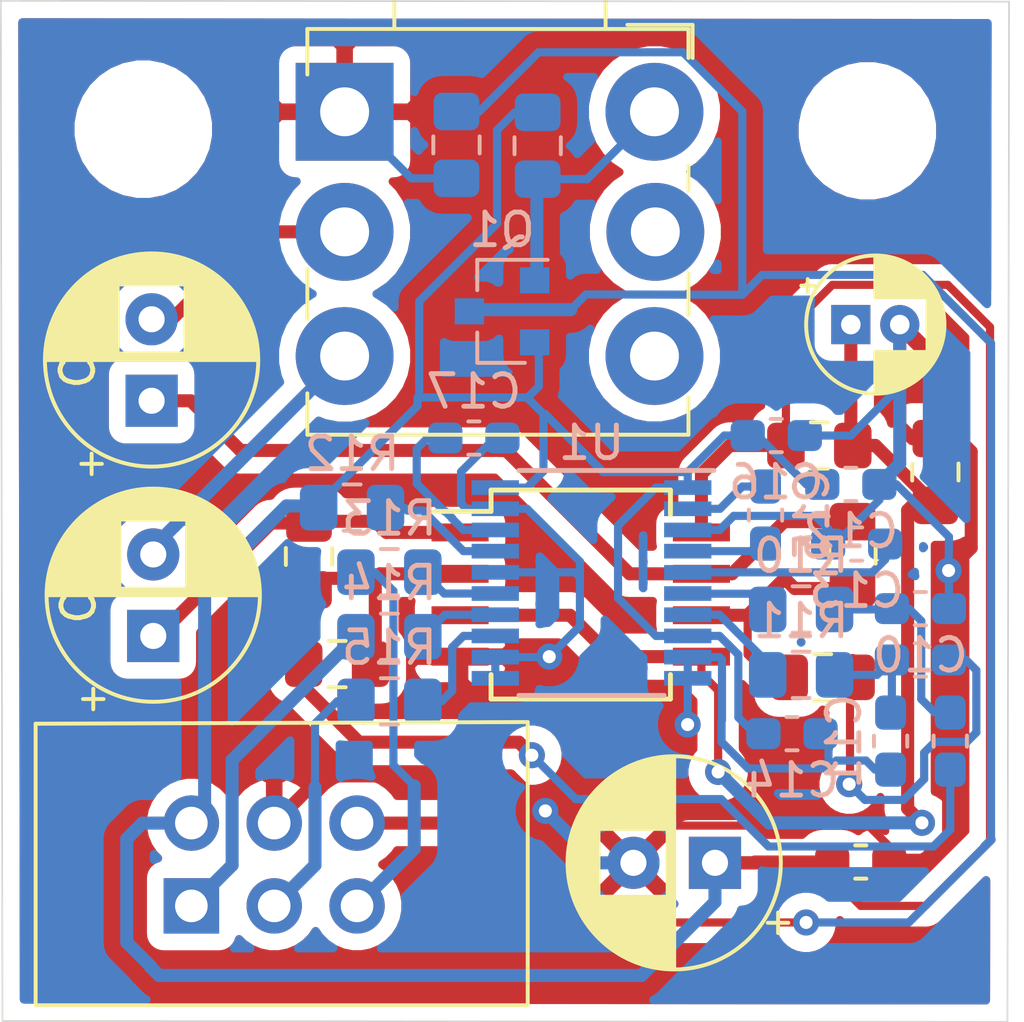
<source format=kicad_pcb>
(kicad_pcb (version 20171130) (host pcbnew "(5.1.6-0-10_14)")
  (layers (0 F.Cu signal hide) (31 B.Cu signal) (34 B.Paste user) (35 F.Paste user) (36 B.SilkS user) (37 F.SilkS user) (38 B.Mask user) (39 F.Mask user) (44 Edge.Cuts user))
  (net 0 "")
  (net 1 GND)
  (net 2 "Net-(C3-Pad2)")
  (net 3 "Net-(C4-Pad2)")
  (net 4 "Net-(C5-Pad1)")
  (net 5 "Net-(C8-Pad2)")
  (net 6 "Net-(C9-Pad2)")
  (net 7 "Net-(J1-Pad6)")
  (net 8 "Net-(J2-Pad2)")
  (net 9 "Net-(C13-Pad2)")
  (net 10 "Net-(C15-Pad2)")
  (net 11 "Net-(C15-Pad1)")
  (net 12 "Net-(C17-Pad2)")
  (net 13 "Net-(R10-Pad2)")
  (net 14 "Net-(R11-Pad2)")
  (net 15 "Net-(R12-Pad1)")
  (net 16 "Net-(R13-Pad1)")
  (net 17 "Net-(R14-Pad1)")
  (net 18 "Net-(R15-Pad1)")
  (net 19 OUTL)
  (net 20 OUTR)
  (net 21 3,3V)
  (net 22 LCK)
  (net 23 BCK)
  (net 24 DIN)
  (net 25 "Net-(C8-Pad1)")
  (net 26 "Net-(C9-Pad1)")
  (net 27 "Net-(R6-Pad2)")
  (net 28 "Net-(R7-Pad2)")
  (module Package_TO_SOT_SMD:SOT-23 (layer B.Cu) (at 124.7902 84.3788 180)
    (fp_text reference Q1 (at 0 2.5) (layer B.SilkS) (effects (justify mirror)))
    (fp_text value IRLML6401)
    (pad 3 smd rect (at 1 0 180) (size 0.9 0.8) (layers B.Cu B.Paste B.Mask) (net 7 "Net-(J1-Pad6)"))
    (pad 2 smd rect (at -1 -0.95 180) (size 0.9 0.8) (layers B.Cu B.Paste B.Mask) (net 21 3,3V))
    (pad 1 smd rect (at -1 0.95 180) (size 0.9 0.8) (layers B.Cu B.Paste B.Mask) (net 8 "Net-(J2-Pad2)"))
  )
  (module Capacitor_SMD:C_0603_1608Metric_Pad1.05x0.95mm_HandSolder (layer B.Cu) (at 137.6172 95.0722)
    (fp_text reference C4 hide)
    (fp_text value 1µ)
    (pad 2 smd roundrect (at 0.875 0) (size 1.05 0.95) (layers B.Cu B.Paste B.Mask) (net 3 "Net-(C4-Pad2)"))
    (pad 1 smd roundrect (at -0.875 0) (size 1.05 0.95) (layers B.Cu B.Paste B.Mask) (net 20 OUTR))
  )
  (module Connector_PinHeader_2.54mm:PinHeader_2x03_P2.54mm_Vertical_large (layer F.Cu) (at 115.2652 102.616 90)
    (fp_text reference J1 hide)
    (fp_text value Conn_02x03_Odd_Even hide)
    (pad 6 thru_hole oval (at 2.54 5.08 90) (size 1.7 1.7) (drill 1) (layers *.Cu *.Mask) (net 7 "Net-(J1-Pad6)"))
    (pad 5 thru_hole oval (at 0 5.08 90) (size 1.7 1.7) (drill 1) (layers *.Cu *.Mask) (net 22 LCK))
    (pad 4 thru_hole oval (at 2.54 2.54 90) (size 1.7 1.7) (drill 1) (layers *.Cu *.Mask) (net 1 GND))
    (pad 3 thru_hole oval (at 0 2.54 90) (size 1.7 1.7) (drill 1) (layers *.Cu *.Mask) (net 23 BCK))
    (pad 2 thru_hole oval (at 2.54 0 90) (size 1.7 1.7) (drill 1) (layers *.Cu *.Mask) (net 21 3,3V))
    (pad 1 thru_hole rect (at 0 0 90) (size 1.7 1.7) (drill 1) (layers *.Cu *.Mask) (net 24 DIN))
  )
  (module Package_SO:SO-8_5.3x6.2mm_P1.27mm (layer F.Cu) (at 127.2032 93.0656)
    (fp_text reference U2 hide)
    (fp_text value TDA1308 hide)
    (pad 8 smd rect (at 3.7 -1.905) (size 1.75 0.55) (layers F.Cu F.Paste F.Mask) (net 21 3,3V))
    (pad 7 smd rect (at 3.7 -0.635) (size 1.75 0.55) (layers F.Cu F.Paste F.Mask) (net 26 "Net-(C9-Pad1)"))
    (pad 6 smd rect (at 3.7 0.635) (size 1.75 0.55) (layers F.Cu F.Paste F.Mask) (net 28 "Net-(R7-Pad2)"))
    (pad 5 smd rect (at 3.7 1.905) (size 1.75 0.55) (layers F.Cu F.Paste F.Mask) (net 4 "Net-(C5-Pad1)"))
    (pad 4 smd rect (at -3.7 1.905) (size 1.75 0.55) (layers F.Cu F.Paste F.Mask) (net 1 GND))
    (pad 3 smd rect (at -3.7 0.635) (size 1.75 0.55) (layers F.Cu F.Paste F.Mask) (net 4 "Net-(C5-Pad1)"))
    (pad 2 smd rect (at -3.7 -0.635) (size 1.75 0.55) (layers F.Cu F.Paste F.Mask) (net 27 "Net-(R6-Pad2)"))
    (pad 1 smd rect (at -3.7 -1.905) (size 1.75 0.55) (layers F.Cu F.Paste F.Mask) (net 25 "Net-(C8-Pad1)"))
  )
  (module Package_SO:TSSOP-20_4.4x6.5mm_P0.65mm (layer B.Cu) (at 127.5334 92.71 180)
    (fp_text reference U1 (at 0 4.3) (layer B.SilkS) (effects (justify mirror)))
    (fp_text value PCM5102A)
    (pad 1 smd rect (at -2.95 2.925 180) (size 1.45 0.45) (layers B.Cu B.Paste B.Mask) (net 21 3,3V))
    (pad 2 smd rect (at -2.95 2.275 180) (size 1.45 0.45) (layers B.Cu B.Paste B.Mask) (net 10 "Net-(C15-Pad2)"))
    (pad 3 smd rect (at -2.95 1.625 180) (size 1.45 0.45) (layers B.Cu B.Paste B.Mask) (net 1 GND))
    (pad 4 smd rect (at -2.95 0.975 180) (size 1.45 0.45) (layers B.Cu B.Paste B.Mask) (net 11 "Net-(C15-Pad1)"))
    (pad 5 smd rect (at -2.95 0.325 180) (size 1.45 0.45) (layers B.Cu B.Paste B.Mask) (net 9 "Net-(C13-Pad2)"))
    (pad 6 smd rect (at -2.95 -0.325 180) (size 1.45 0.45) (layers B.Cu B.Paste B.Mask) (net 13 "Net-(R10-Pad2)"))
    (pad 7 smd rect (at -2.95 -0.975 180) (size 1.45 0.45) (layers B.Cu B.Paste B.Mask) (net 14 "Net-(R11-Pad2)"))
    (pad 8 smd rect (at -2.95 -1.625 180) (size 1.45 0.45) (layers B.Cu B.Paste B.Mask) (net 21 3,3V))
    (pad 9 smd rect (at -2.95 -2.275 180) (size 1.45 0.45) (layers B.Cu B.Paste B.Mask) (net 1 GND))
    (pad 10 smd rect (at -2.95 -2.925 180) (size 1.45 0.45) (layers B.Cu B.Paste B.Mask) (net 1 GND))
    (pad 11 smd rect (at 2.95 -2.925 180) (size 1.45 0.45) (layers B.Cu B.Paste B.Mask) (net 1 GND))
    (pad 12 smd rect (at 2.95 -2.275 180) (size 1.45 0.45) (layers B.Cu B.Paste B.Mask) (net 1 GND))
    (pad 13 smd rect (at 2.95 -1.625 180) (size 1.45 0.45) (layers B.Cu B.Paste B.Mask) (net 18 "Net-(R15-Pad1)"))
    (pad 14 smd rect (at 2.95 -0.975 180) (size 1.45 0.45) (layers B.Cu B.Paste B.Mask) (net 17 "Net-(R14-Pad1)"))
    (pad 15 smd rect (at 2.95 -0.325 180) (size 1.45 0.45) (layers B.Cu B.Paste B.Mask) (net 16 "Net-(R13-Pad1)"))
    (pad 16 smd rect (at 2.95 0.325 180) (size 1.45 0.45) (layers B.Cu B.Paste B.Mask) (net 1 GND))
    (pad 17 smd rect (at 2.95 0.975 180) (size 1.45 0.45) (layers B.Cu B.Paste B.Mask) (net 15 "Net-(R12-Pad1)"))
    (pad 18 smd rect (at 2.95 1.625 180) (size 1.45 0.45) (layers B.Cu B.Paste B.Mask) (net 12 "Net-(C17-Pad2)"))
    (pad 19 smd rect (at 2.95 2.275 180) (size 1.45 0.45) (layers B.Cu B.Paste B.Mask) (net 1 GND))
    (pad 20 smd rect (at 2.95 2.925 180) (size 1.45 0.45) (layers B.Cu B.Paste B.Mask) (net 21 3,3V))
  )
  (module Resistor_SMD:R_0805_2012Metric_Pad1.15x1.40mm_HandSolder (layer B.Cu) (at 121.3358 96.3422 180)
    (fp_text reference R15 (at 0 1.65) (layer B.SilkS) (effects (justify mirror)))
    (fp_text value 470)
    (pad 2 smd roundrect (at 1.025 0 180) (size 1.15 1.4) (layers B.Cu B.Paste B.Mask) (roundrect_rratio 0.217391) (net 23 BCK))
    (pad 1 smd roundrect (at -1.025 0 180) (size 1.15 1.4) (layers B.Cu B.Paste B.Mask) (roundrect_rratio 0.217391) (net 18 "Net-(R15-Pad1)"))
  )
  (module Resistor_SMD:R_0805_2012Metric_Pad1.15x1.40mm_HandSolder (layer B.Cu) (at 121.3358 94.361 180)
    (fp_text reference R14 (at 0 1.65) (layer B.SilkS) (effects (justify mirror)))
    (fp_text value 470)
    (pad 2 smd roundrect (at 1.025 0 180) (size 1.15 1.4) (layers B.Cu B.Paste B.Mask) (roundrect_rratio 0.217391) (net 24 DIN))
    (pad 1 smd roundrect (at -1.025 0 180) (size 1.15 1.4) (layers B.Cu B.Paste B.Mask) (roundrect_rratio 0.217391) (net 17 "Net-(R14-Pad1)"))
  )
  (module Resistor_SMD:R_0805_2012Metric_Pad1.15x1.40mm_HandSolder (layer B.Cu) (at 121.3358 92.3798 180)
    (fp_text reference R13 (at 0 1.65) (layer B.SilkS) (effects (justify mirror)))
    (fp_text value 470)
    (pad 2 smd roundrect (at 1.025 0 180) (size 1.15 1.4) (layers B.Cu B.Paste B.Mask) (roundrect_rratio 0.217391) (net 22 LCK))
    (pad 1 smd roundrect (at -1.025 0 180) (size 1.15 1.4) (layers B.Cu B.Paste B.Mask) (roundrect_rratio 0.217391) (net 16 "Net-(R13-Pad1)"))
  )
  (module Resistor_SMD:R_0805_2012Metric_Pad1.15x1.40mm_HandSolder (layer B.Cu) (at 120.1928 90.3986 180)
    (fp_text reference R12 (at 0 1.65) (layer B.SilkS) (effects (justify mirror)))
    (fp_text value 10k)
    (pad 2 smd roundrect (at 1.025 0 180) (size 1.15 1.4) (layers B.Cu B.Paste B.Mask) (roundrect_rratio 0.217391) (net 21 3,3V))
    (pad 1 smd roundrect (at -1.025 0 180) (size 1.15 1.4) (layers B.Cu B.Paste B.Mask) (roundrect_rratio 0.217391) (net 15 "Net-(R12-Pad1)"))
  )
  (module Resistor_SMD:R_0805_2012Metric_Pad1.15x1.40mm_HandSolder (layer B.Cu) (at 133.9596 95.5294 180)
    (fp_text reference R11 (at 0 1.65) (layer B.SilkS) (effects (justify mirror)))
    (fp_text value 470)
    (pad 2 smd roundrect (at 1.025 0 180) (size 1.15 1.4) (layers B.Cu B.Paste B.Mask) (roundrect_rratio 0.217391) (net 14 "Net-(R11-Pad2)"))
    (pad 1 smd roundrect (at -1.025 0 180) (size 1.15 1.4) (layers B.Cu B.Paste B.Mask) (roundrect_rratio 0.217391) (net 20 OUTR))
  )
  (module Resistor_SMD:R_0805_2012Metric_Pad1.15x1.40mm_HandSolder (layer B.Cu) (at 133.9596 93.5228 180)
    (fp_text reference R10 (at 0 1.65) (layer B.SilkS) (effects (justify mirror)))
    (fp_text value 470)
    (pad 2 smd roundrect (at 1.025 0 180) (size 1.15 1.4) (layers B.Cu B.Paste B.Mask) (roundrect_rratio 0.217391) (net 13 "Net-(R10-Pad2)"))
    (pad 1 smd roundrect (at -1.025 0 180) (size 1.15 1.4) (layers B.Cu B.Paste B.Mask) (roundrect_rratio 0.217391) (net 19 OUTL))
  )
  (module Capacitor_SMD:C_0603_1608Metric_Pad1.05x0.95mm_HandSolder (layer B.Cu) (at 123.9266 88.265 180)
    (fp_text reference C17 (at 0 1.43) (layer B.SilkS) (effects (justify mirror)))
    (fp_text value 100n)
    (pad 2 smd roundrect (at 0.875 0 180) (size 1.05 0.95) (layers B.Cu B.Paste B.Mask) (net 12 "Net-(C17-Pad2)"))
    (pad 1 smd roundrect (at -0.875 0 180) (size 1.05 0.95) (layers B.Cu B.Paste B.Mask) (net 1 GND))
  )
  (module Capacitor_SMD:C_0603_1608Metric_Pad1.05x0.95mm_HandSolder (layer B.Cu) (at 133.1976 88.1888)
    (fp_text reference C16 (at 0 1.43) (layer B.SilkS) (effects (justify mirror)))
    (fp_text value 100n)
    (pad 2 smd roundrect (at 0.875 0) (size 1.05 0.95) (layers B.Cu B.Paste B.Mask) (net 1 GND))
    (pad 1 smd roundrect (at -0.875 0) (size 1.05 0.95) (layers B.Cu B.Paste B.Mask) (net 21 3,3V))
  )
  (module Capacitor_SMD:C_0603_1608Metric_Pad1.05x0.95mm_HandSolder (layer B.Cu) (at 132.8674 90.6272 90)
    (fp_text reference C15 (at 0 1.43 270) (layer B.SilkS) (effects (justify mirror)))
    (fp_text value 2,2µ)
    (pad 2 smd roundrect (at 0.875 0 90) (size 1.05 0.95) (layers B.Cu B.Paste B.Mask) (net 10 "Net-(C15-Pad2)"))
    (pad 1 smd roundrect (at -0.875 0 90) (size 1.05 0.95) (layers B.Cu B.Paste B.Mask) (net 11 "Net-(C15-Pad1)"))
  )
  (module Capacitor_SMD:C_0603_1608Metric_Pad1.05x0.95mm_HandSolder (layer B.Cu) (at 133.6802 97.3328)
    (fp_text reference C14 (at 0 1.43) (layer B.SilkS) (effects (justify mirror)))
    (fp_text value 100n)
    (pad 2 smd roundrect (at 0.875 0) (size 1.05 0.95) (layers B.Cu B.Paste B.Mask) (net 1 GND))
    (pad 1 smd roundrect (at -0.875 0) (size 1.05 0.95) (layers B.Cu B.Paste B.Mask) (net 21 3,3V))
  )
  (module Capacitor_SMD:C_0603_1608Metric_Pad1.05x0.95mm_HandSolder (layer B.Cu) (at 135.6614 91.5162)
    (fp_text reference C13 (at 0 1.43) (layer B.SilkS) (effects (justify mirror)))
    (fp_text value 2,2µ)
    (pad 2 smd roundrect (at 0.875 0) (size 1.05 0.95) (layers B.Cu B.Paste B.Mask) (net 9 "Net-(C13-Pad2)"))
    (pad 1 smd roundrect (at -0.875 0) (size 1.05 0.95) (layers B.Cu B.Paste B.Mask) (net 1 GND))
  )
  (module Capacitor_SMD:C_0603_1608Metric_Pad1.05x0.95mm_HandSolder (layer B.Cu) (at 135.4836 89.6874)
    (fp_text reference C12 (at 0 1.43) (layer B.SilkS) (effects (justify mirror)))
    (fp_text value 100n)
    (pad 2 smd roundrect (at 0.875 0) (size 1.05 0.95) (layers B.Cu B.Paste B.Mask) (net 1 GND))
    (pad 1 smd roundrect (at -0.875 0) (size 1.05 0.95) (layers B.Cu B.Paste B.Mask) (net 21 3,3V))
  )
  (module Capacitor_SMD:C_0603_1608Metric_Pad1.05x0.95mm_HandSolder (layer B.Cu) (at 136.7028 97.5614 270)
    (fp_text reference C11 (at 0 1.43 90) (layer B.SilkS) (effects (justify mirror)))
    (fp_text value 2,2n)
    (pad 2 smd roundrect (at 0.875 0 270) (size 1.05 0.95) (layers B.Cu B.Paste B.Mask) (net 1 GND))
    (pad 1 smd roundrect (at -0.875 0 270) (size 1.05 0.95) (layers B.Cu B.Paste B.Mask) (net 20 OUTR))
  )
  (module Capacitor_SMD:C_0603_1608Metric_Pad1.05x0.95mm_HandSolder (layer B.Cu) (at 137.6172 93.4974)
    (fp_text reference C10 (at 0 1.43) (layer B.SilkS) (effects (justify mirror)))
    (fp_text value 2,2n)
    (pad 2 smd roundrect (at 0.875 0) (size 1.05 0.95) (layers B.Cu B.Paste B.Mask) (net 1 GND))
    (pad 1 smd roundrect (at -0.875 0) (size 1.05 0.95) (layers B.Cu B.Paste B.Mask) (net 19 OUTL))
  )
  (module Connector_Audio:Jack_3.5mm_Cliff_Horizontal (layer F.Cu) (at 129.4892 78.1304)
    (fp_text reference J2 hide)
    (fp_text value AudioJack3_Dual_Switch hide)
    (pad 1 thru_hole rect (at -9.525 0.127) (size 3 3) (drill 1.5) (layers *.Cu *.Mask) (net 1 GND))
    (pad 5 thru_hole circle (at -9.525 7.62) (size 3 3) (drill 1.5) (layers *.Cu *.Mask) (net 5 "Net-(C8-Pad2)"))
    (pad 3 thru_hole circle (at -9.525 3.81) (size 3 3) (drill 1.5) (layers *.Cu *.Mask) (net 6 "Net-(C9-Pad2)"))
    (pad 2 thru_hole circle (at -0.026 0.127) (size 3 3) (drill 1.5) (layers *.Cu *.Mask) (net 8 "Net-(J2-Pad2)"))
    (pad 6 thru_hole circle (at -0.026 7.62) (size 3 3) (drill 1.5) (layers *.Cu *.Mask))
    (pad 4 thru_hole circle (at 0 3.81) (size 3 3) (drill 1.5) (layers *.Cu *.Mask))
  )
  (module MountingHole:MountingHole_3.2mm_M3 (layer F.Cu) (at 113.792 78.7908)
    (fp_text reference H2 hide)
    (fp_text value MountingHole hide)
    (pad 1 np_thru_hole circle (at 0 0) (size 3.2 3.2) (drill 3.2) (layers *.Cu *.Mask))
  )
  (module MountingHole:MountingHole_3.2mm_M3 (layer F.Cu) (at 135.9916 78.8416)
    (fp_text reference H1 hide)
    (fp_text value MountingHole hide)
    (pad 1 np_thru_hole circle (at 0 0) (size 3.2 3.2) (drill 3.2) (layers *.Cu *.Mask))
  )
  (module Resistor_SMD:R_0805_2012Metric_Pad1.15x1.40mm_HandSolder (layer F.Cu) (at 135.5344 91.8554 90)
    (fp_text reference R9 hide)
    (fp_text value 3,9k hide)
    (pad 2 smd roundrect (at 1.025 0 90) (size 1.15 1.4) (layers F.Cu F.Paste F.Mask) (roundrect_rratio 0.217391) (net 26 "Net-(C9-Pad1)"))
    (pad 1 smd roundrect (at -1.025 0 90) (size 1.15 1.4) (layers F.Cu F.Paste F.Mask) (roundrect_rratio 0.217391) (net 28 "Net-(R7-Pad2)"))
  )
  (module Resistor_SMD:R_0805_2012Metric_Pad1.15x1.40mm_HandSolder (layer F.Cu) (at 118.872 91.8972 90)
    (fp_text reference R8 hide)
    (fp_text value 3,9k hide)
    (pad 2 smd roundrect (at 1.025 0 90) (size 1.15 1.4) (layers F.Cu F.Paste F.Mask) (roundrect_rratio 0.217391) (net 25 "Net-(C8-Pad1)"))
    (pad 1 smd roundrect (at -1.025 0 90) (size 1.15 1.4) (layers F.Cu F.Paste F.Mask) (roundrect_rratio 0.217391) (net 27 "Net-(R6-Pad2)"))
  )
  (module Resistor_SMD:R_0805_2012Metric_Pad1.15x1.40mm_HandSolder (layer F.Cu) (at 134.62 95.6056 180)
    (fp_text reference R7 hide)
    (fp_text value 3,9k hide)
    (pad 2 smd roundrect (at 1.025 0 180) (size 1.15 1.4) (layers F.Cu F.Paste F.Mask) (roundrect_rratio 0.217391) (net 28 "Net-(R7-Pad2)"))
    (pad 1 smd roundrect (at -1.025 0 180) (size 1.15 1.4) (layers F.Cu F.Paste F.Mask) (roundrect_rratio 0.217391) (net 3 "Net-(C4-Pad2)"))
  )
  (module Resistor_SMD:R_0805_2012Metric_Pad1.15x1.40mm_HandSolder (layer F.Cu) (at 119.7356 95.1992)
    (fp_text reference R6 hide)
    (fp_text value 3,9k hide)
    (pad 2 smd roundrect (at 1.025 0) (size 1.15 1.4) (layers F.Cu F.Paste F.Mask) (roundrect_rratio 0.217391) (net 27 "Net-(R6-Pad2)"))
    (pad 1 smd roundrect (at -1.025 0) (size 1.15 1.4) (layers F.Cu F.Paste F.Mask) (roundrect_rratio 0.217391) (net 2 "Net-(C3-Pad2)"))
  )
  (module Resistor_SMD:R_0805_2012Metric_Pad1.15x1.40mm_HandSolder (layer F.Cu) (at 138.0744 89.3064 90)
    (fp_text reference R5 hide)
    (fp_text value 10k hide)
    (pad 2 smd roundrect (at 1.025 0 90) (size 1.15 1.4) (layers F.Cu F.Paste F.Mask) (roundrect_rratio 0.217391) (net 1 GND))
    (pad 1 smd roundrect (at -1.025 0 90) (size 1.15 1.4) (layers F.Cu F.Paste F.Mask) (roundrect_rratio 0.217391) (net 4 "Net-(C5-Pad1)"))
  )
  (module Resistor_SMD:R_0805_2012Metric_Pad1.15x1.40mm_HandSolder (layer B.Cu) (at 125.8824 79.2988 90)
    (fp_text reference R4 hide)
    (fp_text value 100k hide)
    (pad 2 smd roundrect (at 1.025 0 90) (size 1.15 1.4) (layers B.Cu B.Paste B.Mask) (roundrect_rratio 0.217391) (net 21 3,3V))
    (pad 1 smd roundrect (at -1.025 0 90) (size 1.15 1.4) (layers B.Cu B.Paste B.Mask) (roundrect_rratio 0.217391) (net 8 "Net-(J2-Pad2)"))
  )
  (module Resistor_SMD:R_0805_2012Metric_Pad1.15x1.40mm_HandSolder (layer F.Cu) (at 134.5184 88.4936)
    (fp_text reference R3 hide)
    (fp_text value 10k hide)
    (pad 2 smd roundrect (at 1.025 0) (size 1.15 1.4) (layers F.Cu F.Paste F.Mask) (roundrect_rratio 0.217391) (net 4 "Net-(C5-Pad1)"))
    (pad 1 smd roundrect (at -1.025 0) (size 1.15 1.4) (layers F.Cu F.Paste F.Mask) (roundrect_rratio 0.217391) (net 21 3,3V))
  )
  (module Resistor_SMD:R_0805_2012Metric_Pad1.15x1.40mm_HandSolder (layer B.Cu) (at 123.3932 79.2734 90)
    (fp_text reference R2 hide)
    (fp_text value 10k hide)
    (pad 2 smd roundrect (at 1.025 0 90) (size 1.15 1.4) (layers B.Cu B.Paste B.Mask) (roundrect_rratio 0.217391) (net 7 "Net-(J1-Pad6)"))
    (pad 1 smd roundrect (at -1.025 0 90) (size 1.15 1.4) (layers B.Cu B.Paste B.Mask) (roundrect_rratio 0.217391) (net 1 GND))
  )
  (module Capacitor_THT:CP_Radial_D6.3mm_P2.50mm (layer F.Cu) (at 114.046 87.122 90)
    (fp_text reference C9 (at 1.3462 -2.2606 90) (layer F.SilkS))
    (fp_text value 100µ hide)
    (pad 2 thru_hole circle (at 2.5 0 90) (size 1.6 1.6) (drill 0.8) (layers *.Cu *.Mask) (net 6 "Net-(C9-Pad2)"))
    (pad 1 thru_hole rect (at 0 0 90) (size 1.6 1.6) (drill 0.8) (layers *.Cu *.Mask) (net 26 "Net-(C9-Pad1)"))
  )
  (module Capacitor_THT:CP_Radial_D6.3mm_P2.50mm (layer F.Cu) (at 114.0968 94.3356 90)
    (fp_text reference C8 (at 1.3462 -2.286 90) (layer F.SilkS))
    (fp_text value 100µ hide)
    (pad 2 thru_hole circle (at 2.5 0 90) (size 1.6 1.6) (drill 0.8) (layers *.Cu *.Mask) (net 5 "Net-(C8-Pad2)"))
    (pad 1 thru_hole rect (at 0 0 90) (size 1.6 1.6) (drill 0.8) (layers *.Cu *.Mask) (net 25 "Net-(C8-Pad1)"))
  )
  (module Capacitor_THT:CP_Radial_D4.0mm_P1.50mm (layer F.Cu) (at 135.4836 84.7852)
    (fp_text reference C5 hide)
    (fp_text value 22µ hide)
    (pad 2 thru_hole circle (at 1.5 0) (size 1.2 1.2) (drill 0.6) (layers *.Cu *.Mask) (net 1 GND))
    (pad 1 thru_hole rect (at 0 0) (size 1.2 1.2) (drill 0.6) (layers *.Cu *.Mask) (net 4 "Net-(C5-Pad1)"))
  )
  (module Capacitor_SMD:C_0603_1608Metric_Pad1.05x0.95mm_HandSolder (layer B.Cu) (at 138.5316 97.5614 270)
    (fp_text reference C3 hide)
    (fp_text value 1µ)
    (pad 2 smd roundrect (at 0.875 0 270) (size 1.05 0.95) (layers B.Cu B.Paste B.Mask) (net 2 "Net-(C3-Pad2)"))
    (pad 1 smd roundrect (at -0.875 0 270) (size 1.05 0.95) (layers B.Cu B.Paste B.Mask) (net 19 OUTL))
  )
  (module Capacitor_SMD:C_0603_1608Metric_Pad1.05x0.95mm_HandSolder (layer F.Cu) (at 135.7884 101.2698)
    (fp_text reference C2 hide)
    (fp_text value 100n hide)
    (pad 2 smd roundrect (at 0.875 0) (size 1.05 0.95) (layers F.Cu F.Paste F.Mask) (net 1 GND))
    (pad 1 smd roundrect (at -0.875 0) (size 1.05 0.95) (layers F.Cu F.Paste F.Mask) (net 21 3,3V))
  )
  (module Capacitor_THT:CP_Radial_D6.3mm_P2.50mm (layer F.Cu) (at 131.318 101.2952 180)
    (fp_text reference C1 hide)
    (fp_text value 100µ)
    (pad 2 thru_hole circle (at 2.5 0 180) (size 1.6 1.6) (drill 0.8) (layers *.Cu *.Mask) (net 1 GND))
    (pad 1 thru_hole rect (at 0 0 180) (size 1.6 1.6) (drill 0.8) (layers *.Cu *.Mask) (net 21 3,3V))
  )
  (gr_line (start 109.474 106.1466) (end 109.4232 74.8538) (layer Edge.Cuts) (width 0.05))
  (gr_line (start 140.2842 106.172) (end 109.474 106.1466) (layer Edge.Cuts) (width 0.05))
  (gr_line (start 140.335 74.8792) (end 140.2842 106.172) (layer Edge.Cuts) (width 0.05))
  (gr_line (start 109.4232 74.8538) (end 140.335 74.8792) (layer Edge.Cuts) (width 0.05))
  (segment (start 137.3744 88.2814) (end 138.0744 88.2814) (width 0.4) (layer F.Cu) (net 1))
  (segment (start 136.9836 87.8906) (end 137.3744 88.2814) (width 0.4) (layer F.Cu) (net 1))
  (segment (start 136.9836 84.7852) (end 136.9836 87.8906) (width 0.4) (layer F.Cu) (net 1))
  (segment (start 126.787004 94.9706) (end 128.818 97.001596) (width 0.4) (layer F.Cu) (net 1))
  (segment (start 123.5032 94.9706) (end 126.787004 94.9706) (width 0.4) (layer F.Cu) (net 1))
  (segment (start 117.84288 78.2574) (end 111.252 84.84828) (width 0.4) (layer F.Cu) (net 1))
  (segment (start 113.411 96.9264) (end 117.3988 96.9264) (width 0.4) (layer F.Cu) (net 1))
  (segment (start 117.3988 96.9264) (end 117.8052 97.3328) (width 0.4) (layer F.Cu) (net 1))
  (segment (start 119.9642 78.2574) (end 117.84288 78.2574) (width 0.4) (layer F.Cu) (net 1))
  (segment (start 111.252 94.7674) (end 113.411 96.9264) (width 0.4) (layer F.Cu) (net 1))
  (segment (start 111.252 84.84828) (end 111.252 94.7674) (width 0.4) (layer F.Cu) (net 1))
  (segment (start 117.805204 100.075996) (end 117.8052 100.076) (width 0.4) (layer F.Cu) (net 1))
  (segment (start 117.805204 97.332804) (end 117.805204 100.075996) (width 0.4) (layer F.Cu) (net 1))
  (segment (start 124.568398 88.265) (end 124.8016 88.265) (width 0.25) (layer B.Cu) (net 1))
  (segment (start 123.533399 89.299999) (end 124.568398 88.265) (width 0.25) (layer B.Cu) (net 1))
  (segment (start 123.533399 90.270001) (end 123.533399 89.299999) (width 0.25) (layer B.Cu) (net 1))
  (segment (start 123.698398 90.435) (end 123.533399 90.270001) (width 0.25) (layer B.Cu) (net 1))
  (segment (start 124.5834 90.435) (end 123.698398 90.435) (width 0.25) (layer B.Cu) (net 1))
  (segment (start 124.5834 94.985) (end 124.5834 95.635) (width 0.25) (layer B.Cu) (net 1))
  (segment (start 134.7864 91.0412) (end 134.7864 91.5162) (width 0.25) (layer B.Cu) (net 1))
  (segment (start 134.39739 90.65219) (end 134.7864 91.0412) (width 0.25) (layer B.Cu) (net 1))
  (segment (start 131.89121 90.65219) (end 134.39739 90.65219) (width 0.25) (layer B.Cu) (net 1))
  (segment (start 131.4584 91.085) (end 131.89121 90.65219) (width 0.25) (layer B.Cu) (net 1))
  (segment (start 130.4834 91.085) (end 131.4584 91.085) (width 0.25) (layer B.Cu) (net 1))
  (segment (start 135.0048 91.5162) (end 134.7864 91.5162) (width 0.25) (layer B.Cu) (net 1))
  (segment (start 136.3586 90.1624) (end 135.0048 91.5162) (width 0.25) (layer B.Cu) (net 1))
  (segment (start 136.3586 89.6874) (end 136.3586 90.1624) (width 0.25) (layer B.Cu) (net 1))
  (segment (start 138.4922 93.0224) (end 138.4922 93.4974) (width 0.25) (layer B.Cu) (net 1))
  (segment (start 136.8836 89.6874) (end 138.4922 91.296) (width 0.25) (layer B.Cu) (net 1))
  (segment (start 136.3586 89.6874) (end 136.8836 89.6874) (width 0.25) (layer B.Cu) (net 1))
  (segment (start 130.4834 94.985) (end 130.4834 95.635) (width 0.25) (layer B.Cu) (net 1))
  (segment (start 134.7978 97.8192) (end 134.7978 98.3996) (width 0.25) (layer B.Cu) (net 1))
  (segment (start 134.8092 97.3328) (end 134.8092 97.8078) (width 0.25) (layer B.Cu) (net 1))
  (segment (start 134.8092 97.8078) (end 134.7978 97.8192) (width 0.25) (layer B.Cu) (net 1))
  (segment (start 136.9822 89.0524) (end 136.4996 89.535) (width 0.4) (layer B.Cu) (net 1))
  (segment (start 136.4996 89.535) (end 136.4996 89.7636) (width 0.4) (layer B.Cu) (net 1))
  (segment (start 136.9836 84.7852) (end 136.9822 84.7866) (width 0.4) (layer B.Cu) (net 1))
  (segment (start 137.1884 101.2698) (end 137.2138 101.2444) (width 0.4) (layer F.Cu) (net 1))
  (segment (start 136.6634 101.2698) (end 137.1884 101.2698) (width 0.4) (layer F.Cu) (net 1))
  (segment (start 137.1884 101.2698) (end 137.668 101.2698) (width 0.4) (layer F.Cu) (net 1))
  (segment (start 138.4808 100.457) (end 138.4808 92.329) (width 0.4) (layer F.Cu) (net 1))
  (segment (start 137.668 101.2698) (end 138.4808 100.457) (width 0.4) (layer F.Cu) (net 1))
  (via (at 138.4808 92.329) (size 0.8) (drill 0.4) (layers F.Cu B.Cu) (net 1))
  (segment (start 138.4808 92.329) (end 138.4922 93.0224) (width 0.25) (layer B.Cu) (net 1))
  (segment (start 138.4922 91.296) (end 138.4808 92.329) (width 0.25) (layer B.Cu) (net 1))
  (segment (start 130.4834 96.11) (end 130.4798 96.1136) (width 0.25) (layer B.Cu) (net 1))
  (segment (start 130.4834 95.635) (end 130.4834 96.11) (width 0.25) (layer B.Cu) (net 1))
  (via (at 130.4798 97.0534) (size 0.8) (drill 0.4) (layers F.Cu B.Cu) (net 1))
  (segment (start 130.4798 96.1136) (end 130.4798 97.0534) (width 0.25) (layer B.Cu) (net 1))
  (segment (start 128.869804 97.0534) (end 128.818 97.001596) (width 0.25) (layer F.Cu) (net 1))
  (segment (start 130.4798 97.0534) (end 128.869804 97.0534) (width 0.25) (layer F.Cu) (net 1))
  (segment (start 136.9822 86.6902) (end 135.4836 88.1888) (width 0.25) (layer B.Cu) (net 1))
  (segment (start 136.9822 84.7866) (end 136.9822 86.6902) (width 0.4) (layer B.Cu) (net 1))
  (segment (start 135.4836 88.1888) (end 134.0726 88.1888) (width 0.25) (layer B.Cu) (net 1))
  (segment (start 136.9822 86.6902) (end 136.9822 89.0524) (width 0.4) (layer B.Cu) (net 1))
  (segment (start 127.1778 94.0308) (end 126.238 94.9706) (width 0.25) (layer B.Cu) (net 1))
  (segment (start 125.5584 90.435) (end 127.1778 92.0544) (width 0.25) (layer B.Cu) (net 1))
  (segment (start 126.2236 94.985) (end 124.5834 94.985) (width 0.25) (layer B.Cu) (net 1))
  (segment (start 124.5834 90.435) (end 125.5584 90.435) (width 0.25) (layer B.Cu) (net 1))
  (segment (start 126.238 94.9706) (end 126.2236 94.985) (width 0.25) (layer B.Cu) (net 1))
  (via (at 126.238 94.9706) (size 0.8) (drill 0.4) (layers F.Cu B.Cu) (net 1))
  (segment (start 136.6634 101.7448) (end 136.6634 101.2698) (width 0.4) (layer F.Cu) (net 1))
  (segment (start 135.040201 98.157199) (end 135.948599 98.157199) (width 0.25) (layer B.Cu) (net 1))
  (segment (start 134.7978 98.3996) (end 135.040201 98.157199) (width 0.25) (layer B.Cu) (net 1))
  (segment (start 135.948599 98.157199) (end 136.2278 98.4364) (width 0.25) (layer B.Cu) (net 1))
  (segment (start 136.2278 98.4364) (end 136.7028 98.4364) (width 0.25) (layer B.Cu) (net 1))
  (segment (start 138.880799 91.929001) (end 138.4808 92.329) (width 0.4) (layer F.Cu) (net 1))
  (segment (start 139.17441 91.63539) (end 138.880799 91.929001) (width 0.4) (layer F.Cu) (net 1))
  (segment (start 139.17441 88.68141) (end 139.17441 91.63539) (width 0.4) (layer F.Cu) (net 1))
  (segment (start 138.7744 88.2814) (end 139.17441 88.68141) (width 0.4) (layer F.Cu) (net 1))
  (segment (start 138.0744 88.2814) (end 138.7744 88.2814) (width 0.4) (layer F.Cu) (net 1))
  (segment (start 126.117798 99.701798) (end 128.818 97.001596) (width 0.4) (layer F.Cu) (net 1))
  (segment (start 125.0442 98.6282) (end 126.117798 99.701798) (width 0.4) (layer F.Cu) (net 1))
  (segment (start 119.253 98.6282) (end 125.0442 98.6282) (width 0.4) (layer F.Cu) (net 1))
  (segment (start 117.8052 100.076) (end 119.253 98.6282) (width 0.4) (layer F.Cu) (net 1))
  (via (at 126.117798 99.701798) (size 0.8) (drill 0.4) (layers F.Cu B.Cu) (net 1))
  (segment (start 127.7112 101.2952) (end 126.117798 99.701798) (width 0.4) (layer B.Cu) (net 1))
  (segment (start 128.818 101.2952) (end 127.7112 101.2952) (width 0.4) (layer B.Cu) (net 1))
  (segment (start 128.818 101.2952) (end 129.961 100.1522) (width 0.25) (layer F.Cu) (net 1))
  (segment (start 136.0208 100.1522) (end 136.6634 100.7948) (width 0.25) (layer F.Cu) (net 1))
  (segment (start 136.6634 100.7948) (end 136.6634 101.2698) (width 0.25) (layer F.Cu) (net 1))
  (segment (start 129.961 100.1522) (end 136.0208 100.1522) (width 0.25) (layer F.Cu) (net 1))
  (segment (start 131.5212 97.5868) (end 132.334 98.3996) (width 0.25) (layer B.Cu) (net 1))
  (segment (start 131.533401 96.914199) (end 131.5212 96.9264) (width 0.25) (layer B.Cu) (net 1))
  (segment (start 131.533401 95.060001) (end 131.533401 96.914199) (width 0.25) (layer B.Cu) (net 1))
  (segment (start 130.4834 94.985) (end 131.4584 94.985) (width 0.25) (layer B.Cu) (net 1))
  (segment (start 131.4584 94.985) (end 131.533401 95.060001) (width 0.25) (layer B.Cu) (net 1))
  (segment (start 131.5212 96.9264) (end 131.5212 97.5868) (width 0.25) (layer B.Cu) (net 1))
  (segment (start 132.334 98.3996) (end 134.7978 98.3996) (width 0.25) (layer B.Cu) (net 1))
  (segment (start 122.0052 80.2984) (end 119.9642 78.2574) (width 0.25) (layer B.Cu) (net 1))
  (segment (start 123.3932 80.2984) (end 122.0052 80.2984) (width 0.25) (layer B.Cu) (net 1))
  (segment (start 127.0306 92.385) (end 127.1778 92.5322) (width 0.25) (layer B.Cu) (net 1))
  (segment (start 124.5834 92.385) (end 127.0306 92.385) (width 0.25) (layer B.Cu) (net 1))
  (segment (start 127.1778 92.5322) (end 127.1778 94.0308) (width 0.25) (layer B.Cu) (net 1))
  (segment (start 127.1778 92.0544) (end 127.1778 92.5322) (width 0.25) (layer B.Cu) (net 1))
  (segment (start 125.704602 97.9932) (end 125.7046 97.993202) (width 0.4) (layer B.Cu) (net 2))
  (segment (start 118.7106 95.8992) (end 120.404603 97.593203) (width 0.4) (layer F.Cu) (net 2))
  (segment (start 118.7106 95.1992) (end 118.7106 95.8992) (width 0.4) (layer F.Cu) (net 2))
  (segment (start 120.404603 97.593203) (end 125.304601 97.593203) (width 0.4) (layer F.Cu) (net 2))
  (segment (start 125.304601 97.593203) (end 125.7046 97.993202) (width 0.4) (layer F.Cu) (net 2))
  (via (at 125.704602 97.9932) (size 0.8) (drill 0.4) (layers F.Cu B.Cu) (net 2))
  (segment (start 138.012125 100.793642) (end 132.960246 100.793642) (width 0.25) (layer B.Cu) (net 2))
  (segment (start 138.5316 98.4364) (end 138.5316 100.274167) (width 0.25) (layer B.Cu) (net 2))
  (segment (start 132.960246 100.793642) (end 131.506004 99.3394) (width 0.25) (layer B.Cu) (net 2))
  (segment (start 127.050802 99.3394) (end 126.104601 98.393199) (width 0.25) (layer B.Cu) (net 2))
  (segment (start 138.5316 100.274167) (end 138.012125 100.793642) (width 0.25) (layer B.Cu) (net 2))
  (segment (start 131.506004 99.3394) (end 127.050802 99.3394) (width 0.25) (layer B.Cu) (net 2))
  (segment (start 126.104601 98.393199) (end 125.704602 97.9932) (width 0.25) (layer B.Cu) (net 2))
  (segment (start 135.5344 95.0886) (end 135.645 95.1992) (width 0.4) (layer F.Cu) (net 3))
  (segment (start 135.4582 95.7924) (end 135.4582 98.8568) (width 0.25) (layer F.Cu) (net 3))
  (segment (start 135.645 95.6056) (end 135.4582 95.7924) (width 0.25) (layer F.Cu) (net 3))
  (via (at 135.4328 98.8822) (size 0.8) (drill 0.4) (layers F.Cu B.Cu) (net 3))
  (segment (start 135.4582 98.8568) (end 135.4328 98.8822) (width 0.25) (layer F.Cu) (net 3))
  (segment (start 139.0172 95.0722) (end 138.4922 95.0722) (width 0.25) (layer B.Cu) (net 3))
  (segment (start 139.33161 95.38661) (end 139.0172 95.0722) (width 0.25) (layer B.Cu) (net 3))
  (segment (start 139.33161 97.29479) (end 139.33161 95.38661) (width 0.25) (layer B.Cu) (net 3))
  (segment (start 139.04001 97.58639) (end 139.33161 97.29479) (width 0.25) (layer B.Cu) (net 3))
  (segment (start 138.0611 97.58639) (end 139.04001 97.58639) (width 0.25) (layer B.Cu) (net 3))
  (segment (start 135.4328 98.8822) (end 135.9154 99.3648) (width 0.25) (layer B.Cu) (net 3))
  (segment (start 135.9154 99.3648) (end 137.09491 99.3648) (width 0.25) (layer B.Cu) (net 3))
  (segment (start 137.73159 98.72812) (end 137.73159 97.9159) (width 0.25) (layer B.Cu) (net 3))
  (segment (start 137.73159 97.9159) (end 138.0611 97.58639) (width 0.25) (layer B.Cu) (net 3))
  (segment (start 137.09491 99.3648) (end 137.73159 98.72812) (width 0.25) (layer B.Cu) (net 3))
  (segment (start 135.4836 88.4338) (end 135.5434 88.4936) (width 0.4) (layer F.Cu) (net 4))
  (segment (start 135.4836 84.7852) (end 135.4836 88.4338) (width 0.4) (layer F.Cu) (net 4))
  (segment (start 138.0744 90.3314) (end 136.2366 88.4936) (width 0.4) (layer F.Cu) (net 4))
  (segment (start 136.1184 88.4936) (end 135.5434 88.4936) (width 0.4) (layer F.Cu) (net 4))
  (segment (start 136.2366 88.4936) (end 136.1184 88.4936) (width 0.4) (layer F.Cu) (net 4))
  (segment (start 126.873 93.7006) (end 127.890603 94.718203) (width 0.4) (layer F.Cu) (net 4))
  (segment (start 130.9032 94.9706) (end 128.154007 94.9706) (width 0.4) (layer F.Cu) (net 4))
  (segment (start 127.890603 94.718203) (end 127.90161 94.718203) (width 0.4) (layer F.Cu) (net 4))
  (segment (start 128.154007 94.9706) (end 127.90161 94.718203) (width 0.4) (layer F.Cu) (net 4))
  (segment (start 123.5032 93.7006) (end 126.873 93.7006) (width 0.4) (layer F.Cu) (net 4))
  (via (at 137.664123 100.06864) (size 0.8) (drill 0.4) (layers F.Cu B.Cu) (net 4))
  (segment (start 137.3744 90.3314) (end 137.225004 90.480796) (width 0.4) (layer F.Cu) (net 4))
  (segment (start 137.225004 99.629521) (end 137.264124 99.668641) (width 0.4) (layer F.Cu) (net 4))
  (segment (start 137.264124 99.668641) (end 137.664123 100.06864) (width 0.4) (layer F.Cu) (net 4))
  (segment (start 138.0744 90.3314) (end 137.3744 90.3314) (width 0.4) (layer F.Cu) (net 4))
  (segment (start 137.225004 90.480796) (end 137.225004 99.629521) (width 0.4) (layer F.Cu) (net 4))
  (segment (start 131.41494 97.940175) (end 131.41494 98.50586) (width 0.25) (layer F.Cu) (net 4))
  (segment (start 131.5212 98.3742) (end 131.5212 98.3996) (width 0.4) (layer B.Cu) (net 4))
  (segment (start 130.9032 94.9706) (end 130.9032 95.4956) (width 0.25) (layer F.Cu) (net 4))
  (segment (start 131.5212 98.3996) (end 131.41494 98.50586) (width 0.4) (layer B.Cu) (net 4))
  (segment (start 137.664123 100.06864) (end 132.97772 100.06864) (width 0.4) (layer B.Cu) (net 4))
  (segment (start 131.41494 96.00734) (end 131.41494 97.940175) (width 0.25) (layer F.Cu) (net 4))
  (segment (start 132.97772 100.06864) (end 131.41494 98.50586) (width 0.4) (layer B.Cu) (net 4))
  (via (at 131.41494 98.50586) (size 0.8) (drill 0.4) (layers F.Cu B.Cu) (net 4))
  (segment (start 130.9032 95.4956) (end 131.41494 96.00734) (width 0.25) (layer F.Cu) (net 4))
  (segment (start 114.0968 91.6178) (end 114.0968 91.8356) (width 0.4) (layer B.Cu) (net 5))
  (segment (start 119.9642 85.7504) (end 114.0968 91.6178) (width 0.4) (layer B.Cu) (net 5))
  (segment (start 114.6664 84.622) (end 114.046 84.622) (width 0.4) (layer F.Cu) (net 6))
  (segment (start 117.348 81.9404) (end 114.6664 84.622) (width 0.4) (layer F.Cu) (net 6))
  (segment (start 119.9642 81.9404) (end 117.348 81.9404) (width 0.4) (layer F.Cu) (net 6))
  (segment (start 120.3452 100.076) (end 124.1044 100.076) (width 0.4) (layer F.Cu) (net 7))
  (segment (start 124.1044 100.076) (end 124.1552 100.1268) (width 0.4) (layer F.Cu) (net 7))
  (segment (start 123.9172 84.328) (end 126.8984 84.328) (width 0.4) (layer B.Cu) (net 7))
  (via (at 134.112 103.124) (size 0.8) (drill 0.4) (layers F.Cu B.Cu) (net 7))
  (segment (start 133.546315 103.124) (end 134.112 103.124) (width 0.25) (layer F.Cu) (net 7))
  (segment (start 127.1524 103.124) (end 133.546315 103.124) (width 0.25) (layer F.Cu) (net 7))
  (segment (start 124.1044 100.076) (end 127.1524 103.124) (width 0.25) (layer F.Cu) (net 7))
  (segment (start 126.8984 84.328) (end 127.366201 83.860199) (width 0.25) (layer B.Cu) (net 7))
  (segment (start 137.2616 103.124) (end 134.112 103.124) (width 0.25) (layer B.Cu) (net 7))
  (segment (start 139.8016 100.584) (end 137.2616 103.124) (width 0.25) (layer B.Cu) (net 7))
  (segment (start 132.1562 78.249398) (end 132.1562 83.8708) (width 0.25) (layer B.Cu) (net 7))
  (segment (start 125.909201 76.432399) (end 130.339201 76.432399) (width 0.25) (layer B.Cu) (net 7))
  (segment (start 127.366201 83.860199) (end 132.1562 83.8708) (width 0.25) (layer B.Cu) (net 7))
  (segment (start 124.0932 78.2484) (end 125.909201 76.432399) (width 0.25) (layer B.Cu) (net 7))
  (segment (start 130.339201 76.432399) (end 132.1562 78.249398) (width 0.25) (layer B.Cu) (net 7))
  (segment (start 123.3932 78.2484) (end 124.0932 78.2484) (width 0.25) (layer B.Cu) (net 7))
  (segment (start 139.78162 100.57858) (end 139.573 100.7872) (width 0.25) (layer B.Cu) (net 7))
  (segment (start 139.78162 85.353618) (end 139.78162 100.57858) (width 0.25) (layer B.Cu) (net 7))
  (segment (start 137.689202 83.2612) (end 139.78162 85.353618) (width 0.25) (layer B.Cu) (net 7))
  (segment (start 132.7658 83.2612) (end 137.689202 83.2612) (width 0.25) (layer B.Cu) (net 7))
  (segment (start 132.1562 83.8708) (end 132.7658 83.2612) (width 0.25) (layer B.Cu) (net 7))
  (segment (start 128.1774 78.2738) (end 129.4468 78.2738) (width 0.4) (layer B.Cu) (net 8))
  (segment (start 129.4468 78.2738) (end 129.4632 78.2574) (width 0.4) (layer B.Cu) (net 8))
  (segment (start 125.857 80.391) (end 125.857 83.2866) (width 0.4) (layer B.Cu) (net 8))
  (segment (start 127.3968 80.3238) (end 129.4632 78.2574) (width 0.25) (layer B.Cu) (net 8))
  (segment (start 125.8824 80.3238) (end 127.3968 80.3238) (width 0.25) (layer B.Cu) (net 8))
  (segment (start 136.5364 91.9912) (end 136.5364 91.5162) (width 0.25) (layer B.Cu) (net 9))
  (segment (start 136.1426 92.385) (end 136.5364 91.9912) (width 0.25) (layer B.Cu) (net 9))
  (segment (start 130.4834 92.385) (end 136.1426 92.385) (width 0.25) (layer B.Cu) (net 9))
  (segment (start 130.4834 90.435) (end 131.471989 90.435) (width 0.25) (layer B.Cu) (net 10))
  (segment (start 131.471989 90.435) (end 132.154789 89.7522) (width 0.25) (layer B.Cu) (net 10))
  (segment (start 132.154789 89.7522) (end 132.3924 89.7522) (width 0.25) (layer B.Cu) (net 10))
  (segment (start 132.3924 89.7522) (end 132.8674 89.7522) (width 0.25) (layer B.Cu) (net 10))
  (segment (start 132.6346 91.735) (end 132.8674 91.5022) (width 0.25) (layer B.Cu) (net 11))
  (segment (start 130.4834 91.735) (end 132.6346 91.735) (width 0.25) (layer B.Cu) (net 11))
  (segment (start 123.6084 91.085) (end 123.26081 90.73741) (width 0.25) (layer B.Cu) (net 12))
  (segment (start 124.5834 91.085) (end 123.6084 91.085) (width 0.25) (layer B.Cu) (net 12))
  (segment (start 123.26081 90.73741) (end 123.26081 90.72341) (width 0.25) (layer B.Cu) (net 12))
  (segment (start 123.0516 90.5142) (end 123.0262 90.5142) (width 0.25) (layer B.Cu) (net 12))
  (segment (start 123.26081 90.72341) (end 123.0516 90.5142) (width 0.25) (layer B.Cu) (net 12))
  (segment (start 123.0262 90.5142) (end 122.174 89.662) (width 0.25) (layer B.Cu) (net 12))
  (segment (start 122.174 89.662) (end 122.174 88.5952) (width 0.25) (layer B.Cu) (net 12))
  (segment (start 122.5042 88.265) (end 123.0516 88.265) (width 0.25) (layer B.Cu) (net 12))
  (segment (start 122.174 88.5952) (end 122.5042 88.265) (width 0.25) (layer B.Cu) (net 12))
  (segment (start 132.6806 93.0402) (end 132.96 93.3196) (width 0.25) (layer B.Cu) (net 13))
  (segment (start 130.4886 93.0402) (end 132.6806 93.0402) (width 0.25) (layer B.Cu) (net 13))
  (segment (start 130.4834 93.035) (end 130.4886 93.0402) (width 0.25) (layer B.Cu) (net 13))
  (segment (start 132.9346 95.1612) (end 132.9346 95.5294) (width 0.25) (layer B.Cu) (net 14))
  (segment (start 130.4834 93.685) (end 131.4584 93.685) (width 0.25) (layer B.Cu) (net 14))
  (segment (start 131.4584 93.685) (end 132.9346 95.1612) (width 0.25) (layer B.Cu) (net 14))
  (segment (start 123.6084 91.735) (end 122.3608 90.4874) (width 0.25) (layer B.Cu) (net 15))
  (segment (start 124.5834 91.735) (end 123.6084 91.735) (width 0.25) (layer B.Cu) (net 15))
  (segment (start 121.8816 90.4874) (end 122.3608 90.4874) (width 0.25) (layer B.Cu) (net 15))
  (segment (start 121.7928 90.3986) (end 121.8816 90.4874) (width 0.25) (layer B.Cu) (net 15))
  (segment (start 121.2178 90.3986) (end 121.7928 90.3986) (width 0.25) (layer B.Cu) (net 15))
  (segment (start 123.016 93.035) (end 122.3608 92.3798) (width 0.25) (layer B.Cu) (net 16))
  (segment (start 124.5834 93.035) (end 123.016 93.035) (width 0.25) (layer B.Cu) (net 16))
  (segment (start 123.0368 93.685) (end 122.3608 94.361) (width 0.25) (layer B.Cu) (net 17))
  (segment (start 124.5834 93.685) (end 123.0368 93.685) (width 0.25) (layer B.Cu) (net 17))
  (segment (start 122.9358 96.3422) (end 122.3608 96.3422) (width 0.25) (layer B.Cu) (net 18))
  (segment (start 123.26081 96.01719) (end 122.9358 96.3422) (width 0.25) (layer B.Cu) (net 18))
  (segment (start 123.26081 94.68259) (end 123.26081 96.01719) (width 0.25) (layer B.Cu) (net 18))
  (segment (start 123.6084 94.335) (end 123.26081 94.68259) (width 0.25) (layer B.Cu) (net 18))
  (segment (start 124.5834 94.335) (end 123.6084 94.335) (width 0.25) (layer B.Cu) (net 18))
  (segment (start 136.7168 93.5228) (end 136.7422 93.4974) (width 0.25) (layer B.Cu) (net 19))
  (segment (start 134.9846 93.5228) (end 136.7168 93.5228) (width 0.25) (layer B.Cu) (net 19))
  (segment (start 138.0566 96.6864) (end 138.5316 96.6864) (width 0.25) (layer B.Cu) (net 19))
  (segment (start 137.2672 93.4974) (end 137.64219 93.87239) (width 0.25) (layer B.Cu) (net 19))
  (segment (start 136.7422 93.4974) (end 137.2672 93.4974) (width 0.25) (layer B.Cu) (net 19))
  (segment (start 137.64219 96.27199) (end 138.0566 96.6864) (width 0.25) (layer B.Cu) (net 19))
  (segment (start 137.64219 93.87239) (end 137.64219 96.27199) (width 0.25) (layer B.Cu) (net 19))
  (segment (start 136.7422 96.647) (end 136.7028 96.6864) (width 0.25) (layer B.Cu) (net 20))
  (segment (start 136.7422 95.0722) (end 136.7422 96.647) (width 0.25) (layer B.Cu) (net 20))
  (segment (start 136.285 95.5294) (end 136.7422 95.0722) (width 0.25) (layer B.Cu) (net 20))
  (segment (start 134.9846 95.5294) (end 136.285 95.5294) (width 0.25) (layer B.Cu) (net 20))
  (segment (start 133.4934 88.4936) (end 131.7752 88.4936) (width 0.4) (layer F.Cu) (net 21))
  (segment (start 130.9032 89.3656) (end 130.9032 91.1606) (width 0.4) (layer F.Cu) (net 21))
  (segment (start 131.7752 88.4936) (end 130.9032 89.3656) (width 0.4) (layer F.Cu) (net 21))
  (segment (start 134.8372 101.2952) (end 134.9134 101.219) (width 0.4) (layer F.Cu) (net 21))
  (segment (start 131.318 101.2952) (end 134.8372 101.2952) (width 0.4) (layer F.Cu) (net 21))
  (segment (start 132.518 101.2952) (end 131.318 101.2952) (width 0.4) (layer F.Cu) (net 21))
  (segment (start 132.5434 101.2698) (end 132.518 101.2952) (width 0.4) (layer F.Cu) (net 21))
  (segment (start 134.9134 101.2698) (end 132.5434 101.2698) (width 0.4) (layer F.Cu) (net 21))
  (segment (start 135.7846 102.616) (end 134.9134 101.7448) (width 0.25) (layer F.Cu) (net 21))
  (segment (start 137.7696 102.616) (end 135.7846 102.616) (width 0.25) (layer F.Cu) (net 21))
  (segment (start 139.7508 100.6348) (end 137.7696 102.616) (width 0.25) (layer F.Cu) (net 21))
  (segment (start 139.7508 84.8614) (end 139.7508 100.6348) (width 0.25) (layer F.Cu) (net 21))
  (segment (start 133.4934 84.990398) (end 134.917798 83.566) (width 0.25) (layer F.Cu) (net 21))
  (segment (start 138.4554 83.566) (end 139.7508 84.8614) (width 0.25) (layer F.Cu) (net 21))
  (segment (start 134.917798 83.566) (end 138.4554 83.566) (width 0.25) (layer F.Cu) (net 21))
  (segment (start 134.9134 101.7448) (end 134.9134 101.2698) (width 0.25) (layer F.Cu) (net 21))
  (segment (start 133.4934 88.4936) (end 133.4934 84.990398) (width 0.25) (layer F.Cu) (net 21))
  (segment (start 131.318 102.4952) (end 129.0636 104.7496) (width 0.4) (layer B.Cu) (net 21))
  (segment (start 131.318 101.2952) (end 131.318 102.4952) (width 0.4) (layer B.Cu) (net 21))
  (segment (start 129.0636 104.7496) (end 114.2746 104.7496) (width 0.4) (layer B.Cu) (net 21))
  (segment (start 114.015199 104.490199) (end 114.015199 104.464799) (width 0.4) (layer B.Cu) (net 21))
  (segment (start 114.2746 104.7496) (end 114.015199 104.490199) (width 0.4) (layer B.Cu) (net 21))
  (segment (start 114.015199 104.464799) (end 113.284 103.7336) (width 0.4) (layer B.Cu) (net 21))
  (segment (start 113.284 103.7336) (end 113.284 100.5586) (width 0.4) (layer B.Cu) (net 21))
  (segment (start 113.7666 100.076) (end 114.547988 100.076) (width 0.4) (layer B.Cu) (net 21))
  (segment (start 113.284 100.5586) (end 113.7666 100.076) (width 0.4) (layer B.Cu) (net 21))
  (segment (start 125.8672 85.278) (end 125.9172 85.278) (width 0.4) (layer B.Cu) (net 21))
  (segment (start 115.147998 100.076) (end 115.2652 100.076) (width 0.4) (layer B.Cu) (net 21))
  (segment (start 131.7976 88.1888) (end 132.3226 88.1888) (width 0.25) (layer B.Cu) (net 21))
  (segment (start 131.6046 88.1888) (end 131.7976 88.1888) (width 0.25) (layer B.Cu) (net 21))
  (segment (start 130.4834 89.31) (end 131.6046 88.1888) (width 0.25) (layer B.Cu) (net 21))
  (segment (start 130.4834 89.785) (end 130.4834 89.31) (width 0.25) (layer B.Cu) (net 21))
  (segment (start 132.5342 97.3328) (end 133.0592 97.3328) (width 0.25) (layer B.Cu) (net 21))
  (segment (start 132.03459 94.91119) (end 132.03459 96.83319) (width 0.25) (layer B.Cu) (net 21))
  (segment (start 132.03459 96.83319) (end 132.5342 97.3328) (width 0.25) (layer B.Cu) (net 21))
  (segment (start 131.4584 94.335) (end 132.03459 94.91119) (width 0.25) (layer B.Cu) (net 21))
  (segment (start 130.4834 94.335) (end 131.4584 94.335) (width 0.25) (layer B.Cu) (net 21))
  (segment (start 134.12311 89.6874) (end 134.6086 89.6874) (width 0.25) (layer B.Cu) (net 21))
  (segment (start 132.62451 88.1888) (end 134.12311 89.6874) (width 0.25) (layer B.Cu) (net 21))
  (segment (start 132.3226 88.1888) (end 132.62451 88.1888) (width 0.25) (layer B.Cu) (net 21))
  (segment (start 126.0602 89.2832) (end 126.0602 87.5284) (width 0.25) (layer B.Cu) (net 21))
  (segment (start 125.5584 89.785) (end 126.0602 89.2832) (width 0.25) (layer B.Cu) (net 21))
  (segment (start 124.5834 89.785) (end 125.5584 89.785) (width 0.25) (layer B.Cu) (net 21))
  (segment (start 125.5522 87.0204) (end 126.0602 87.5284) (width 0.25) (layer B.Cu) (net 21))
  (segment (start 122.1994 87.0204) (end 125.5522 87.0204) (width 0.25) (layer B.Cu) (net 21))
  (segment (start 116.807202 91.7194) (end 118.178802 90.3478) (width 0.4) (layer B.Cu) (net 21))
  (segment (start 115.6716 91.7194) (end 116.807202 91.7194) (width 0.4) (layer B.Cu) (net 21))
  (segment (start 118.178802 90.3478) (end 119.1514 90.3478) (width 0.4) (layer B.Cu) (net 21))
  (segment (start 115.6716 99.6696) (end 115.6716 91.7194) (width 0.4) (layer B.Cu) (net 21))
  (segment (start 115.2652 100.076) (end 115.6716 99.6696) (width 0.4) (layer B.Cu) (net 21))
  (segment (start 122.1994 87.2744) (end 122.1994 87.0204) (width 0.25) (layer B.Cu) (net 21))
  (segment (start 119.1006 90.3732) (end 122.1994 87.2744) (width 0.25) (layer B.Cu) (net 21))
  (segment (start 129.5084 89.785) (end 128.3462 90.9472) (width 0.25) (layer B.Cu) (net 21))
  (segment (start 130.4834 89.785) (end 129.5084 89.785) (width 0.25) (layer B.Cu) (net 21))
  (segment (start 129.5084 94.335) (end 130.4834 94.335) (width 0.25) (layer B.Cu) (net 21))
  (segment (start 128.3462 93.1728) (end 129.5084 94.335) (width 0.25) (layer B.Cu) (net 21))
  (segment (start 128.3462 90.9472) (end 128.3462 93.1728) (width 0.25) (layer B.Cu) (net 21))
  (segment (start 127.8926 89.31) (end 130.4834 89.31) (width 0.25) (layer B.Cu) (net 21))
  (segment (start 126.111 87.5284) (end 127.8926 89.31) (width 0.25) (layer B.Cu) (net 21))
  (segment (start 126.0602 87.5284) (end 126.111 87.5284) (width 0.25) (layer B.Cu) (net 21))
  (segment (start 125.9172 86.6808) (end 125.9172 85.278) (width 0.25) (layer B.Cu) (net 21))
  (segment (start 125.603 86.995) (end 125.9172 86.6808) (width 0.25) (layer B.Cu) (net 21))
  (segment (start 125.1824 78.2738) (end 125.8824 78.2738) (width 0.25) (layer B.Cu) (net 21))
  (segment (start 124.6378 78.8184) (end 125.1824 78.2738) (width 0.25) (layer B.Cu) (net 21))
  (segment (start 124.6378 81.6864) (end 124.6378 78.8184) (width 0.25) (layer B.Cu) (net 21))
  (segment (start 122.2502 84.074) (end 124.6378 81.6864) (width 0.25) (layer B.Cu) (net 21))
  (segment (start 122.2502 87.0204) (end 122.2502 84.074) (width 0.25) (layer B.Cu) (net 21))
  (segment (start 122.0978 100.8634) (end 120.3452 102.616) (width 0.4) (layer B.Cu) (net 22))
  (segment (start 122.0978 98.933) (end 122.0978 100.8634) (width 0.4) (layer B.Cu) (net 22))
  (segment (start 121.46079 98.29599) (end 122.0978 98.933) (width 0.25) (layer B.Cu) (net 22))
  (segment (start 121.46079 92.95479) (end 121.46079 98.29599) (width 0.25) (layer B.Cu) (net 22))
  (segment (start 120.8858 92.3798) (end 121.46079 92.95479) (width 0.25) (layer B.Cu) (net 22))
  (segment (start 120.3108 92.3798) (end 120.8858 92.3798) (width 0.25) (layer B.Cu) (net 22))
  (segment (start 119.055201 101.365999) (end 119.055201 98.978399) (width 0.4) (layer B.Cu) (net 23))
  (segment (start 117.8052 102.616) (end 119.055201 101.365999) (width 0.4) (layer B.Cu) (net 23))
  (segment (start 119.055201 97.022799) (end 119.055201 98.978399) (width 0.25) (layer B.Cu) (net 23))
  (segment (start 119.7358 96.3422) (end 119.055201 97.022799) (width 0.25) (layer B.Cu) (net 23))
  (segment (start 120.3108 96.3422) (end 119.7358 96.3422) (width 0.25) (layer B.Cu) (net 23))
  (segment (start 116.515201 101.365999) (end 115.2652 102.616) (width 0.4) (layer B.Cu) (net 24))
  (segment (start 116.515201 98.140199) (end 116.515201 101.365999) (width 0.4) (layer B.Cu) (net 24))
  (segment (start 120.3452 94.3102) (end 116.515201 98.140199) (width 0.4) (layer B.Cu) (net 24))
  (segment (start 121.2456 91.1606) (end 120.904 90.819) (width 0.4) (layer F.Cu) (net 25))
  (segment (start 123.5032 91.1606) (end 121.2456 91.1606) (width 0.4) (layer F.Cu) (net 25))
  (segment (start 118.9252 90.819) (end 118.872 90.8722) (width 0.4) (layer F.Cu) (net 25))
  (segment (start 120.904 90.819) (end 118.9252 90.819) (width 0.4) (layer F.Cu) (net 25))
  (segment (start 114.2492 94.3356) (end 114.0968 94.3356) (width 0.4) (layer F.Cu) (net 25))
  (segment (start 117.7126 90.8722) (end 114.2492 94.3356) (width 0.4) (layer F.Cu) (net 25))
  (segment (start 118.872 90.8722) (end 117.7126 90.8722) (width 0.4) (layer F.Cu) (net 25))
  (segment (start 133.463 90.8304) (end 133.4516 90.819) (width 0.4) (layer F.Cu) (net 26))
  (segment (start 135.5344 90.8304) (end 133.463 90.8304) (width 0.4) (layer F.Cu) (net 26))
  (segment (start 131.84 92.4306) (end 130.9032 92.4306) (width 0.4) (layer F.Cu) (net 26))
  (segment (start 133.4516 90.819) (end 131.84 92.4306) (width 0.4) (layer F.Cu) (net 26))
  (segment (start 124.9172 88.646) (end 128.7018 92.4306) (width 0.4) (layer F.Cu) (net 26))
  (segment (start 128.7018 92.4306) (end 130.9032 92.4306) (width 0.4) (layer F.Cu) (net 26))
  (segment (start 124.714 88.646) (end 124.9172 88.646) (width 0.4) (layer F.Cu) (net 26))
  (segment (start 116.77 88.646) (end 124.9172 88.646) (width 0.4) (layer F.Cu) (net 26))
  (segment (start 115.246 87.122) (end 116.77 88.646) (width 0.4) (layer F.Cu) (net 26))
  (segment (start 124.9172 88.646) (end 125.0442 88.773) (width 0.4) (layer F.Cu) (net 26))
  (segment (start 114.046 87.122) (end 115.246 87.122) (width 0.4) (layer F.Cu) (net 26))
  (segment (start 121.0424 92.4306) (end 120.904 92.569) (width 0.4) (layer F.Cu) (net 27))
  (segment (start 123.5032 92.4306) (end 121.0424 92.4306) (width 0.4) (layer F.Cu) (net 27))
  (segment (start 120.904 95.0558) (end 120.7606 95.1992) (width 0.4) (layer F.Cu) (net 27))
  (segment (start 120.904 92.569) (end 120.904 95.0558) (width 0.4) (layer F.Cu) (net 27))
  (segment (start 119.2252 92.569) (end 118.872 92.9222) (width 0.4) (layer F.Cu) (net 27))
  (segment (start 120.904 92.569) (end 119.2252 92.569) (width 0.4) (layer F.Cu) (net 27))
  (segment (start 133.858 95.3426) (end 133.595 95.6056) (width 0.4) (layer F.Cu) (net 28))
  (segment (start 133.763 92.8804) (end 133.4516 92.569) (width 0.4) (layer F.Cu) (net 28))
  (segment (start 135.5344 92.8804) (end 133.763 92.8804) (width 0.4) (layer F.Cu) (net 28))
  (segment (start 132.32 93.7006) (end 133.4516 92.569) (width 0.4) (layer F.Cu) (net 28))
  (segment (start 130.9032 93.7006) (end 132.32 93.7006) (width 0.4) (layer F.Cu) (net 28))
  (segment (start 133.02 95.6056) (end 133.595 95.6056) (width 0.25) (layer F.Cu) (net 28))
  (segment (start 132.32 94.9056) (end 133.02 95.6056) (width 0.25) (layer F.Cu) (net 28))
  (segment (start 132.32 93.7006) (end 132.32 94.9056) (width 0.25) (layer F.Cu) (net 28))
  (zone (net 1) (net_name GND) (layer F.Cu) (connect_pads (clearance 0.508)) (min_thickness 0.254) (fill yes (arc_segments 32) (thermal_gap 0.508) (thermal_bridge_width 0.508))
    (polygon (pts (xy 140.296909 106.129165) (xy 109.5756 106.0704) (xy 109.5248 74.9808) (xy 140.271509 74.94374)))
  )
  (zone (net 0) (net_name "") (layer B.Cu) (connect_pads (clearance 0.508)) (min_thickness 0.254) (fill yes (arc_segments 32) (thermal_gap 0.508) (thermal_bridge_width 0.508))
    (polygon (pts (xy 140.246118 106.073452) (xy 109.5502 106.0704) (xy 109.5248 74.9808) (xy 140.271518 74.93)))
  )
)
</source>
